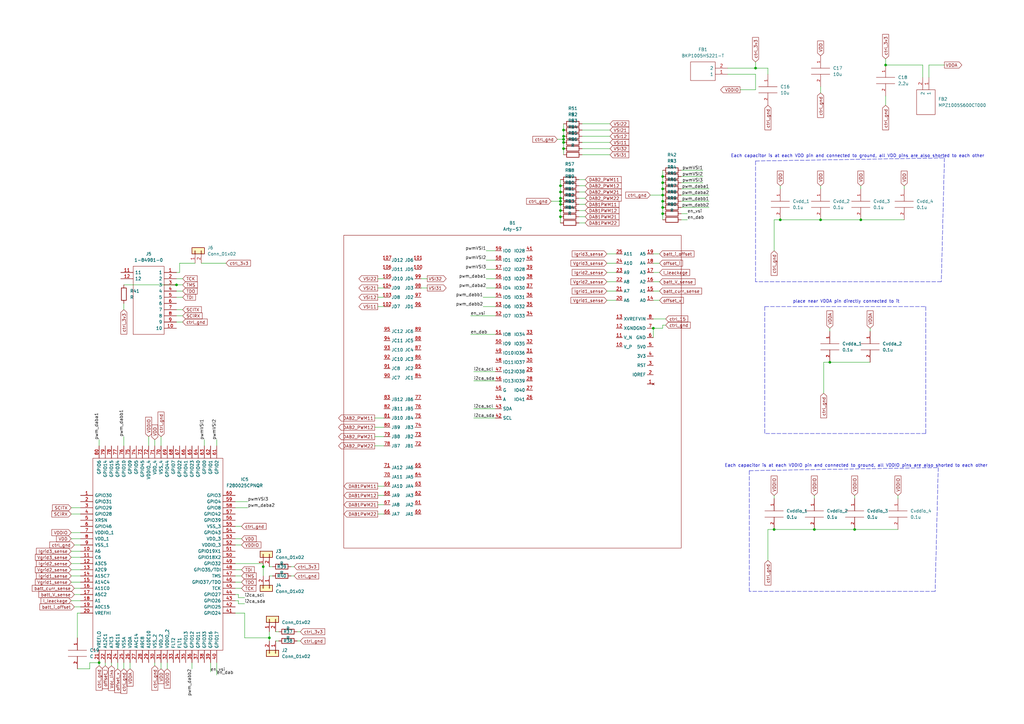
<source format=kicad_sch>
(kicad_sch (version 20211123) (generator eeschema)
  (paper "A3")
  (junction (at 271.78 85.09))
  (junction (at 271.78 87.63))
  (junction (at 271.78 80.01))
  (junction (at 72.39 116.84))
  (junction (at 353.06 90.17))
  (junction (at 231.14 58.42))
  (junction (at 107.95 232.41))
  (junction (at 229.87 82.55))
  (junction (at 231.14 57.15))
  (junction (at 340.36 148.59))
  (junction (at 336.55 90.17))
  (junction (at 231.14 53.34))
  (junction (at 334.01 217.17))
  (junction (at 267.97 134.62))
  (junction (at 271.78 72.39))
  (junction (at 229.87 83.82))
  (junction (at 350.52 217.17))
  (junction (at 309.88 27.94))
  (junction (at 271.78 82.55))
  (junction (at 229.87 81.28))
  (junction (at 320.04 90.17))
  (junction (at 231.14 60.96))
  (junction (at 317.5 217.17))
  (junction (at 229.87 86.36))
  (junction (at 40.64 271.78))
  (junction (at 110.49 261.62))
  (junction (at 271.78 74.93))
  (junction (at 271.78 77.47))
  (junction (at 363.22 26.67))
  (junction (at 229.87 78.74))
  (junction (at 229.87 88.9))
  (junction (at 231.14 55.88))
  (junction (at 229.87 76.2))
  (wire (pts (xy 271.78 72.39) (xy 271.78 74.93)))
  (wire (pts (xy 194.31 171.45) (xy 203.2 171.45)))
  (wire (pts (xy 267.97 130.81) (xy 273.05 130.81)))
  (wire (pts (xy 279.4 82.55) (xy 290.83 82.55)))
  (wire (pts (xy 157.48 118.11) (xy 154.94 118.11)))
  (polyline (pts (xy 379.73 177.8) (xy 313.69 177.8)))
  (wire (pts (xy 36.83 274.32) (xy 36.83 271.78)))
  (wire (pts (xy 96.52 236.22) (xy 99.06 236.22)))
  (wire (pts (xy 231.14 60.96) (xy 231.14 63.5)))
  (wire (pts (xy 50.8 179.07) (xy 50.8 182.88)))
  (wire (pts (xy 194.31 152.4) (xy 203.2 152.4)))
  (wire (pts (xy 96.52 246.38) (xy 97.79 246.38)))
  (wire (pts (xy 340.36 148.59) (xy 356.87 148.59)))
  (wire (pts (xy 72.39 119.38) (xy 74.93 119.38)))
  (wire (pts (xy 66.04 271.78) (xy 66.04 274.32)))
  (wire (pts (xy 381 31.75) (xy 381 26.67)))
  (wire (pts (xy 203.2 125.73) (xy 198.12 125.73)))
  (wire (pts (xy 353.06 90.17) (xy 336.55 90.17)))
  (wire (pts (xy 317.5 90.17) (xy 317.5 102.87)))
  (wire (pts (xy 336.55 35.56) (xy 336.55 38.1)))
  (wire (pts (xy 271.78 82.55) (xy 271.78 85.09)))
  (wire (pts (xy 203.2 110.49) (xy 199.39 110.49)))
  (wire (pts (xy 113.03 259.08) (xy 114.3 259.08)))
  (wire (pts (xy 29.21 208.28) (xy 33.02 208.28)))
  (wire (pts (xy 368.3 217.17) (xy 350.52 217.17)))
  (wire (pts (xy 271.78 80.01) (xy 271.78 82.55)))
  (wire (pts (xy 96.52 251.46) (xy 100.33 251.46)))
  (wire (pts (xy 29.21 226.06) (xy 33.02 226.06)))
  (wire (pts (xy 271.78 134.62) (xy 271.78 133.35)))
  (wire (pts (xy 267.97 107.95) (xy 270.51 107.95)))
  (wire (pts (xy 337.82 148.59) (xy 337.82 161.29)))
  (wire (pts (xy 96.52 238.76) (xy 99.06 238.76)))
  (wire (pts (xy 157.48 182.88) (xy 153.67 182.88)))
  (wire (pts (xy 194.31 167.64) (xy 203.2 167.64)))
  (wire (pts (xy 50.8 274.32) (xy 50.8 271.78)))
  (wire (pts (xy 271.78 69.85) (xy 271.78 72.39)))
  (wire (pts (xy 238.76 55.88) (xy 250.19 55.88)))
  (wire (pts (xy 271.78 77.47) (xy 271.78 80.01)))
  (wire (pts (xy 368.3 203.2) (xy 368.3 204.47)))
  (wire (pts (xy 96.52 233.68) (xy 99.06 233.68)))
  (wire (pts (xy 157.48 121.92) (xy 154.94 121.92)))
  (wire (pts (xy 193.04 137.16) (xy 203.2 137.16)))
  (wire (pts (xy 231.14 50.8) (xy 231.14 53.34)))
  (wire (pts (xy 100.33 251.46) (xy 100.33 261.62)))
  (wire (pts (xy 121.92 262.89) (xy 123.19 262.89)))
  (wire (pts (xy 229.87 73.66) (xy 229.87 76.2)))
  (wire (pts (xy 298.45 27.94) (xy 309.88 27.94)))
  (wire (pts (xy 353.06 76.2) (xy 353.06 77.47)))
  (wire (pts (xy 40.64 180.34) (xy 40.64 182.88)))
  (wire (pts (xy 29.21 210.82) (xy 33.02 210.82)))
  (wire (pts (xy 279.4 80.01) (xy 290.83 80.01)))
  (wire (pts (xy 238.76 50.8) (xy 250.19 50.8)))
  (wire (pts (xy 363.22 26.67) (xy 378.46 26.67)))
  (wire (pts (xy 229.87 82.55) (xy 229.87 83.82)))
  (wire (pts (xy 96.52 243.84) (xy 97.79 243.84)))
  (wire (pts (xy 73.66 111.76) (xy 73.66 107.95)))
  (polyline (pts (xy 309.88 66.04) (xy 309.88 115.57)))
  (wire (pts (xy 101.6 205.74) (xy 96.52 205.74)))
  (wire (pts (xy 252.73 104.14) (xy 248.92 104.14)))
  (wire (pts (xy 97.79 247.65) (xy 100.33 247.65)))
  (wire (pts (xy 240.03 86.36) (xy 237.49 86.36)))
  (wire (pts (xy 279.4 74.93) (xy 288.29 74.93)))
  (wire (pts (xy 86.36 271.78) (xy 86.36 275.59)))
  (wire (pts (xy 88.9 271.78) (xy 88.9 276.86)))
  (wire (pts (xy 31.75 251.46) (xy 33.02 251.46)))
  (wire (pts (xy 83.82 180.34) (xy 83.82 182.88)))
  (polyline (pts (xy 313.69 125.73) (xy 379.73 125.73)))
  (wire (pts (xy 238.76 63.5) (xy 250.19 63.5)))
  (wire (pts (xy 107.95 232.41) (xy 107.95 236.22)))
  (wire (pts (xy 271.78 133.35) (xy 273.05 133.35)))
  (wire (pts (xy 350.52 203.2) (xy 350.52 204.47)))
  (wire (pts (xy 252.73 115.57) (xy 248.92 115.57)))
  (wire (pts (xy 119.38 236.22) (xy 120.65 236.22)))
  (wire (pts (xy 240.03 81.28) (xy 237.49 81.28)))
  (wire (pts (xy 72.39 127) (xy 74.93 127)))
  (wire (pts (xy 336.55 76.2) (xy 336.55 77.47)))
  (wire (pts (xy 337.82 148.59) (xy 340.36 148.59)))
  (wire (pts (xy 378.46 26.67) (xy 378.46 31.75)))
  (wire (pts (xy 238.76 53.34) (xy 250.19 53.34)))
  (wire (pts (xy 303.53 36.83) (xy 309.88 36.83)))
  (wire (pts (xy 33.02 241.3) (xy 30.48 241.3)))
  (wire (pts (xy 266.7 80.01) (xy 271.78 80.01)))
  (wire (pts (xy 63.5 271.78) (xy 63.5 273.05)))
  (wire (pts (xy 48.26 271.78) (xy 48.26 274.32)))
  (wire (pts (xy 40.64 271.78) (xy 40.64 273.05)))
  (wire (pts (xy 231.14 55.88) (xy 231.14 57.15)))
  (wire (pts (xy 194.31 156.21) (xy 203.2 156.21)))
  (wire (pts (xy 203.2 118.11) (xy 199.39 118.11)))
  (wire (pts (xy 271.78 87.63) (xy 271.78 90.17)))
  (wire (pts (xy 119.38 232.41) (xy 120.65 232.41)))
  (wire (pts (xy 267.97 138.43) (xy 267.97 134.62)))
  (wire (pts (xy 279.4 77.47) (xy 290.83 77.47)))
  (polyline (pts (xy 386.08 115.57) (xy 309.88 115.57)))
  (wire (pts (xy 97.79 246.38) (xy 97.79 247.65)))
  (wire (pts (xy 231.14 57.15) (xy 231.14 58.42)))
  (wire (pts (xy 238.76 58.42) (xy 250.19 58.42)))
  (wire (pts (xy 240.03 88.9) (xy 237.49 88.9)))
  (wire (pts (xy 229.87 88.9) (xy 229.87 91.44)))
  (wire (pts (xy 29.21 238.76) (xy 33.02 238.76)))
  (wire (pts (xy 72.39 114.3) (xy 74.93 114.3)))
  (wire (pts (xy 29.21 218.44) (xy 33.02 218.44)))
  (wire (pts (xy 110.49 261.62) (xy 110.49 262.89)))
  (wire (pts (xy 43.18 273.05) (xy 43.18 271.78)))
  (wire (pts (xy 33.02 220.98) (xy 29.21 220.98)))
  (wire (pts (xy 317.5 90.17) (xy 320.04 90.17)))
  (wire (pts (xy 228.6 57.15) (xy 231.14 57.15)))
  (wire (pts (xy 279.4 87.63) (xy 281.94 87.63)))
  (polyline (pts (xy 309.88 66.04) (xy 387.35 64.77)))
  (wire (pts (xy 271.78 74.93) (xy 271.78 77.47)))
  (wire (pts (xy 240.03 76.2) (xy 237.49 76.2)))
  (polyline (pts (xy 383.54 242.57) (xy 307.34 242.57)))
  (wire (pts (xy 157.48 203.2) (xy 154.94 203.2)))
  (wire (pts (xy 100.33 261.62) (xy 110.49 261.62)))
  (wire (pts (xy 314.96 27.94) (xy 309.88 27.94)))
  (wire (pts (xy 229.87 81.28) (xy 229.87 82.55)))
  (wire (pts (xy 309.88 25.4) (xy 309.88 27.94)))
  (wire (pts (xy 68.58 271.78) (xy 68.58 274.32)))
  (wire (pts (xy 30.48 243.84) (xy 33.02 243.84)))
  (wire (pts (xy 96.52 220.98) (xy 99.06 220.98)))
  (wire (pts (xy 298.45 30.48) (xy 309.88 30.48)))
  (wire (pts (xy 203.2 114.3) (xy 199.39 114.3)))
  (wire (pts (xy 231.14 53.34) (xy 231.14 55.88)))
  (polyline (pts (xy 387.35 64.77) (xy 386.08 115.57)))
  (wire (pts (xy 157.48 210.82) (xy 154.94 210.82)))
  (wire (pts (xy 381 26.67) (xy 387.35 26.67)))
  (wire (pts (xy 72.39 111.76) (xy 73.66 111.76)))
  (wire (pts (xy 172.72 114.3) (xy 175.26 114.3)))
  (wire (pts (xy 267.97 123.19) (xy 270.51 123.19)))
  (wire (pts (xy 29.21 228.6) (xy 33.02 228.6)))
  (wire (pts (xy 317.5 203.2) (xy 317.5 204.47)))
  (wire (pts (xy 320.04 76.2) (xy 320.04 77.47)))
  (wire (pts (xy 363.22 24.13) (xy 363.22 26.67)))
  (wire (pts (xy 99.06 215.9) (xy 96.52 215.9)))
  (wire (pts (xy 238.76 60.96) (xy 250.19 60.96)))
  (wire (pts (xy 110.49 232.41) (xy 111.76 232.41)))
  (wire (pts (xy 270.51 111.76) (xy 267.97 111.76)))
  (wire (pts (xy 270.51 115.57) (xy 267.97 115.57)))
  (wire (pts (xy 172.72 118.11) (xy 175.26 118.11)))
  (wire (pts (xy 229.87 83.82) (xy 229.87 86.36)))
  (wire (pts (xy 72.39 129.54) (xy 74.93 129.54)))
  (wire (pts (xy 240.03 91.44) (xy 237.49 91.44)))
  (wire (pts (xy 88.9 180.34) (xy 88.9 182.88)))
  (wire (pts (xy 271.78 85.09) (xy 271.78 87.63)))
  (wire (pts (xy 252.73 123.19) (xy 248.92 123.19)))
  (wire (pts (xy 203.2 102.87) (xy 199.39 102.87)))
  (wire (pts (xy 63.5 182.88) (xy 63.5 180.34)))
  (wire (pts (xy 36.83 271.78) (xy 40.64 271.78)))
  (wire (pts (xy 226.06 82.55) (xy 229.87 82.55)))
  (wire (pts (xy 72.39 132.08) (xy 74.93 132.08)))
  (polyline (pts (xy 307.34 193.04) (xy 307.34 242.57)))
  (wire (pts (xy 78.74 271.78) (xy 78.74 274.32)))
  (polyline (pts (xy 379.73 125.73) (xy 379.73 177.8)))
  (wire (pts (xy 157.48 125.73) (xy 154.94 125.73)))
  (wire (pts (xy 279.4 90.17) (xy 281.94 90.17)))
  (wire (pts (xy 370.84 76.2) (xy 370.84 77.47)))
  (polyline (pts (xy 384.81 191.77) (xy 383.54 242.57)))
  (wire (pts (xy 96.52 231.14) (xy 107.95 231.14)))
  (wire (pts (xy 203.2 121.92) (xy 198.12 121.92)))
  (wire (pts (xy 107.95 231.14) (xy 107.95 232.41)))
  (wire (pts (xy 101.6 208.28) (xy 96.52 208.28)))
  (wire (pts (xy 30.48 223.52) (xy 33.02 223.52)))
  (wire (pts (xy 82.55 107.95) (xy 92.71 107.95)))
  (wire (pts (xy 240.03 83.82) (xy 237.49 83.82)))
  (wire (pts (xy 229.87 78.74) (xy 229.87 81.28)))
  (wire (pts (xy 240.03 78.74) (xy 237.49 78.74)))
  (wire (pts (xy 231.14 58.42) (xy 231.14 60.96)))
  (wire (pts (xy 99.06 223.52) (xy 96.52 223.52)))
  (wire (pts (xy 267.97 134.62) (xy 271.78 134.62)))
  (wire (pts (xy 252.73 107.95) (xy 248.92 107.95)))
  (wire (pts (xy 370.84 90.17) (xy 353.06 90.17)))
  (wire (pts (xy 97.79 245.11) (xy 100.33 245.11)))
  (wire (pts (xy 157.48 175.26) (xy 153.67 175.26)))
  (wire (pts (xy 252.73 119.38) (xy 248.92 119.38)))
  (wire (pts (xy 50.8 116.84) (xy 72.39 116.84)))
  (wire (pts (xy 72.39 116.84) (xy 74.93 116.84)))
  (wire (pts (xy 72.39 121.92) (xy 74.93 121.92)))
  (wire (pts (xy 154.94 114.3) (xy 157.48 114.3)))
  (polyline (pts (xy 313.69 125.73) (xy 313.69 177.8)))
  (wire (pts (xy 314.96 217.17) (xy 317.5 217.17)))
  (polyline (pts (xy 307.34 193.04) (xy 384.81 191.77)))
  (wire (pts (xy 29.21 233.68) (xy 33.02 233.68)))
  (wire (pts (xy 60.96 182.88) (xy 60.96 179.07)))
  (wire (pts (xy 30.48 248.92) (xy 33.02 248.92)))
  (wire (pts (xy 53.34 274.32) (xy 53.34 271.78)))
  (wire (pts (xy 97.79 243.84) (xy 97.79 245.11)))
  (wire (pts (xy 203.2 106.68) (xy 199.39 106.68)))
  (wire (pts (xy 113.03 262.89) (xy 114.3 262.89)))
  (wire (pts (xy 314.96 217.17) (xy 314.96 229.87)))
  (wire (pts (xy 33.02 231.14) (xy 29.21 231.14)))
  (wire (pts (xy 252.73 111.76) (xy 248.92 111.76)))
  (wire (pts (xy 270.51 119.38) (xy 267.97 119.38)))
  (wire (pts (xy 73.66 107.95) (xy 80.01 107.95)))
  (wire (pts (xy 309.88 30.48) (xy 309.88 36.83)))
  (wire (pts (xy 31.75 261.62) (xy 31.75 251.46)))
  (wire (pts (xy 229.87 76.2) (xy 229.87 78.74)))
  (wire (pts (xy 31.75 274.32) (xy 36.83 274.32)))
  (wire (pts (xy 96.52 241.3) (xy 99.06 241.3)))
  (wire (pts (xy 334.01 203.2) (xy 334.01 204.47)))
  (wire (pts (xy 279.4 72.39) (xy 288.29 72.39)))
  (wire (pts (xy 240.03 73.66) (xy 237.49 73.66)))
  (wire (pts (xy 363.22 43.18) (xy 363.22 39.37)))
  (wire (pts (xy 33.02 236.22) (xy 29.21 236.22)))
  (wire (pts (xy 50.8 127) (xy 50.8 124.46)))
  (wire (pts (xy 157.48 171.45) (xy 153.67 171.45)))
  (wire (pts (xy 356.87 134.62) (xy 356.87 135.89)))
  (wire (pts (xy 350.52 217.17) (xy 334.01 217.17)))
  (wire (pts (xy 29.21 246.38) (xy 33.02 246.38)))
  (wire (pts (xy 66.04 179.07) (xy 66.04 182.88)))
  (wire (pts (xy 110.49 236.22) (xy 111.76 236.22)))
  (wire (pts (xy 314.96 30.48) (xy 314.96 27.94)))
  (wire (pts (xy 157.48 179.07) (xy 153.67 179.07)))
  (wire (pts (xy 193.04 129.54) (xy 203.2 129.54)))
  (wire (pts (xy 157.48 199.39) (xy 154.94 199.39)))
  (wire (pts (xy 110.49 259.08) (xy 110.49 261.62)))
  (wire (pts (xy 288.29 69.85) (xy 279.4 69.85)))
  (wire (pts (xy 340.36 134.62) (xy 340.36 135.89)))
  (wire (pts (xy 45.72 273.05) (xy 45.72 271.78)))
  (wire (pts (xy 279.4 85.09) (xy 290.83 85.09)))
  (wire (pts (xy 270.51 104.14) (xy 267.97 104.14)))
  (wire (pts (xy 121.92 259.08) (xy 123.19 259.08)))
  (wire (pts (xy 157.48 207.01) (xy 154.94 207.01)))
  (wire (pts (xy 334.01 217.17) (xy 317.5 217.17)))
  (wire (pts (xy 229.87 86.36) (xy 229.87 88.9)))
  (wire (pts (xy 336.55 90.17) (xy 320.04 90.17)))
  (text "Each capacitor is at each VDD pin and connected to ground, all VDD pins are also shorted to each other" (at 299.72 64.77 0) (effects (font (size 1.27 1.27)) (justify left bottom)))
  (text "place near VDDA pin directly connected to it" (at 325.12 124.46 0) (effects (font (size 1.27 1.27)) (justify left bottom)))
  (text "Each capacitor is at each VDDIO pin and connected to ground, all VDDIO pins are also shorted to each other" (at 297.18 191.77 0) (effects (font (size 1.27 1.27)) (justify left bottom)))
  (label "i2ca_sda" (at 194.31 156.21 0))
  (label "en_dab" (at 193.04 137.16 0))
  (label "pwm_daba1" (at 40.64 180.34 90))
  (label "i2ca_scl" (at 100.33 245.11 0))
  (label "i2ca_sda" (at 194.31 171.45 0))
  (label "en_vsi" (at 86.36 275.59 0))
  (label "pwmVSI3" (at 288.29 74.93 180))
  (label "en_dab" (at 281.94 90.17 0))
  (label "pwm_daba2" (at 199.39 118.11 180))
  (label "i2ca_scl" (at 194.31 152.4 0))
  (label "pwmVSI1" (at 199.39 102.87 180))
  (label "pwm_daba1" (at 290.83 77.47 180))
  (label "pwm_daba2" (at 101.6 208.28 0))
  (label "pwm_dabb2" (at 78.74 274.32 270))
  (label "i2ca_scl" (at 194.31 167.64 0))
  (label "pwmVSI3" (at 199.39 110.49 180))
  (label "pwm_dabb1" (at 50.8 179.07 90))
  (label "pwm_dabb2" (at 198.12 125.73 180))
  (label "en_vsi" (at 193.04 129.54 0))
  (label "pwm_daba2" (at 290.83 80.01 180))
  (label "pwmVSI1" (at 83.82 180.34 90))
  (label "pwm_daba1" (at 199.39 114.3 180))
  (label "pwmVSI2" (at 88.9 180.34 90))
  (label "i2ca_sda" (at 100.33 247.65 0))
  (label "pwmVSI3" (at 101.6 205.74 0))
  (label "pwmVSI2" (at 199.39 106.68 180))
  (label "en_vsi" (at 281.94 87.63 0))
  (label "pwmVSI2" (at 288.29 72.39 180))
  (label "pwm_dabb1" (at 290.83 82.55 180))
  (label "pwmVSI1" (at 288.29 69.85 180))
  (label "pwm_dabb2" (at 290.83 85.09 180))
  (label "en_dab" (at 88.9 276.86 0))
  (label "pwm_dabb1" (at 198.12 121.92 180))
  (global_label "ctrl_gnd" (shape input) (at 99.06 215.9 0) (property "Intersheet References" "${INTERSHEET_REFS}" (effects hide)))
  (global_label "VDDIO" (shape input) (at 99.06 223.52 0) (property "Intersheet References" "${INTERSHEET_REFS}" (effects hide)))
  (global_label "ctrl_gnd" (shape input) (at 74.93 132.08 0) (property "Intersheet References" "${INTERSHEET_REFS}" (effects hide)))
  (global_label "DAB2_PWM12" (shape input) (at 240.03 76.2 0) (property "Intersheet References" "${INTERSHEET_REFS}" (effects hide)))
  (global_label "DAB2_PWM21" (shape output) (at 153.67 179.07 180) (property "Intersheet References" "${INTERSHEET_REFS}" (effects hide)))
  (global_label "TCK" (shape input) (at 99.06 241.3 0) (property "Intersheet References" "${INTERSHEET_REFS}" (effects hide)))
  (global_label "VDDA" (shape output) (at 387.35 26.67 0) (property "Intersheet References" "${INTERSHEET_REFS}" (effects hide)))
  (global_label "Igrid1_sense" (shape input) (at 248.92 119.38 180) (property "Intersheet References" "${INTERSHEET_REFS}" (effects hide)))
  (global_label "VDDA" (shape input) (at 53.34 274.32 270) (property "Intersheet References" "${INTERSHEET_REFS}" (effects hide)))
  (global_label "batt_V_sense" (shape input) (at 270.51 115.57 0) (property "Intersheet References" "${INTERSHEET_REFS}" (effects hide)))
  (global_label "Vgrid3_sense" (shape input) (at 29.21 228.6 180) (property "Intersheet References" "${INTERSHEET_REFS}" (effects hide)))
  (global_label "ctrl_gnd" (shape input) (at 228.6 57.15 180) (property "Intersheet References" "${INTERSHEET_REFS}" (effects hide)))
  (global_label "Vdc_link" (shape input) (at 45.72 273.05 270) (property "Intersheet References" "${INTERSHEET_REFS}" (effects hide)))
  (global_label "VDDIO" (shape input) (at 29.21 218.44 180) (property "Intersheet References" "${INTERSHEET_REFS}" (effects hide)))
  (global_label "VDDIO" (shape input) (at 334.01 203.2 90) (property "Intersheet References" "${INTERSHEET_REFS}" (effects hide)))
  (global_label "ctrl_gnd" (shape input) (at 50.8 274.32 270) (property "Intersheet References" "${INTERSHEET_REFS}" (effects hide)))
  (global_label "VSI12" (shape output) (at 154.94 121.92 180) (property "Intersheet References" "${INTERSHEET_REFS}" (effects hide)))
  (global_label "batt_i_offset" (shape input) (at 270.51 104.14 0) (property "Intersheet References" "${INTERSHEET_REFS}" (effects hide)))
  (global_label "VSI21" (shape input) (at 250.19 53.34 0) (property "Intersheet References" "${INTERSHEET_REFS}" (effects hide)))
  (global_label "DAB2_PWM12" (shape output) (at 153.67 175.26 180) (property "Intersheet References" "${INTERSHEET_REFS}" (effects hide)))
  (global_label "VDDIO" (shape input) (at 317.5 203.2 90) (property "Intersheet References" "${INTERSHEET_REFS}" (effects hide)))
  (global_label "ctrl_gnd" (shape input) (at 40.64 273.05 270) (property "Intersheet References" "${INTERSHEET_REFS}" (effects hide)))
  (global_label "Igrid2_sense" (shape input) (at 248.92 111.76 180) (property "Intersheet References" "${INTERSHEET_REFS}" (effects hide)))
  (global_label "VDDIO" (shape input) (at 368.3 203.2 90) (property "Intersheet References" "${INTERSHEET_REFS}" (effects hide)))
  (global_label "TMS" (shape input) (at 99.06 236.22 0) (property "Intersheet References" "${INTERSHEET_REFS}" (effects hide)))
  (global_label "VDD" (shape input) (at 99.06 220.98 0) (property "Intersheet References" "${INTERSHEET_REFS}" (effects hide)))
  (global_label "VSI32" (shape output) (at 175.26 114.3 0) (property "Intersheet References" "${INTERSHEET_REFS}" (effects hide)))
  (global_label "batt_curr_sense" (shape input) (at 270.51 119.38 0) (property "Intersheet References" "${INTERSHEET_REFS}" (effects hide)))
  (global_label "Vgrid2_sense" (shape input) (at 29.21 233.68 180) (property "Intersheet References" "${INTERSHEET_REFS}" (effects hide)))
  (global_label "VSI21" (shape output) (at 154.94 118.11 180) (property "Intersheet References" "${INTERSHEET_REFS}" (effects hide)))
  (global_label "TCK" (shape input) (at 74.93 114.3 0) (property "Intersheet References" "${INTERSHEET_REFS}" (effects hide)))
  (global_label "ctrl_3v3" (shape input) (at 309.88 25.4 90) (property "Intersheet References" "${INTERSHEET_REFS}" (effects hide)))
  (global_label "DAB2_PWM11" (shape output) (at 153.67 171.45 180) (property "Intersheet References" "${INTERSHEET_REFS}" (effects hide)))
  (global_label "DAB2_PWM22" (shape output) (at 153.67 182.88 180) (property "Intersheet References" "${INTERSHEET_REFS}" (effects hide)))
  (global_label "batt_i_offset" (shape input) (at 30.48 248.92 180) (property "Intersheet References" "${INTERSHEET_REFS}" (effects hide)))
  (global_label "VDDA" (shape input) (at 356.87 134.62 90) (property "Intersheet References" "${INTERSHEET_REFS}" (effects hide)))
  (global_label "VSI22" (shape input) (at 250.19 50.8 0) (property "Intersheet References" "${INTERSHEET_REFS}" (effects hide)))
  (global_label "ctrl_3v3" (shape input) (at 120.65 232.41 0) (property "Intersheet References" "${INTERSHEET_REFS}" (effects hide)))
  (global_label "VSI11" (shape output) (at 154.94 125.73 180) (property "Intersheet References" "${INTERSHEET_REFS}" (effects hide)))
  (global_label "Igrid1_sense" (shape input) (at 29.21 236.22 180) (property "Intersheet References" "${INTERSHEET_REFS}" (effects hide)))
  (global_label "SCITX" (shape input) (at 29.21 208.28 180) (property "Intersheet References" "${INTERSHEET_REFS}" (effects hide)))
  (global_label "DAB1PWM11" (shape input) (at 240.03 83.82 0) (property "Intersheet References" "${INTERSHEET_REFS}" (effects hide)))
  (global_label "DAB1PWM21" (shape output) (at 154.94 207.01 180) (property "Intersheet References" "${INTERSHEET_REFS}" (effects hide)))
  (global_label "DAB1PWM22" (shape input) (at 240.03 91.44 0) (property "Intersheet References" "${INTERSHEET_REFS}" (effects hide)))
  (global_label "ctrl_gnd" (shape input) (at 266.7 80.01 180) (property "Intersheet References" "${INTERSHEET_REFS}" (effects hide)))
  (global_label "VDD" (shape input) (at 29.21 220.98 180) (property "Intersheet References" "${INTERSHEET_REFS}" (effects hide)))
  (global_label "VSI22" (shape output) (at 154.94 114.3 180) (property "Intersheet References" "${INTERSHEET_REFS}" (effects hide)))
  (global_label "ctrl_gnd" (shape input) (at 337.82 161.29 270) (property "Intersheet References" "${INTERSHEET_REFS}" (effects hide)))
  (global_label "ctrl_gnd" (shape input) (at 123.19 262.89 0) (property "Intersheet References" "${INTERSHEET_REFS}" (effects hide)))
  (global_label "VSI32" (shape input) (at 250.19 60.96 0) (property "Intersheet References" "${INTERSHEET_REFS}" (effects hide)))
  (global_label "VDDIO" (shape input) (at 68.58 274.32 270) (property "Intersheet References" "${INTERSHEET_REFS}" (effects hide)))
  (global_label "ctrl_gnd" (shape input) (at 314.96 229.87 270) (property "Intersheet References" "${INTERSHEET_REFS}" (effects hide)))
  (global_label "VDDA" (shape input) (at 340.36 134.62 90) (property "Intersheet References" "${INTERSHEET_REFS}" (effects hide)))
  (global_label "ctrl_gnd" (shape input) (at 66.04 179.07 90) (property "Intersheet References" "${INTERSHEET_REFS}" (effects hide)))
  (global_label "DAB2_PWM11" (shape input) (at 240.03 73.66 0) (property "Intersheet References" "${INTERSHEET_REFS}" (effects hide)))
  (global_label "batt_curr_sense" (shape input) (at 30.48 241.3 180) (property "Intersheet References" "${INTERSHEET_REFS}" (effects hide)))
  (global_label "ctrl_gnd" (shape input) (at 314.96 43.18 270) (property "Intersheet References" "${INTERSHEET_REFS}" (effects hide)))
  (global_label "ctrl_gnd" (shape input) (at 273.05 133.35 0) (property "Intersheet References" "${INTERSHEET_REFS}" (effects hide)))
  (global_label "DAB1PWM11" (shape output) (at 154.94 199.39 180) (property "Intersheet References" "${INTERSHEET_REFS}" (effects hide)))
  (global_label "ctrl_3v3" (shape input) (at 123.19 259.08 0) (property "Intersheet References" "${INTERSHEET_REFS}" (effects hide)))
  (global_label "TDI" (shape input) (at 99.06 233.68 0) (property "Intersheet References" "${INTERSHEET_REFS}" (effects hide)))
  (global_label "SCiRX" (shape input) (at 29.21 210.82 180) (property "Intersheet References" "${INTERSHEET_REFS}" (effects hide)))
  (global_label "VDD" (shape input) (at 336.55 76.2 90) (property "Intersheet References" "${INTERSHEET_REFS}" (effects hide)))
  (global_label "I_leackage" (shape input) (at 29.21 246.38 180) (property "Intersheet References" "${INTERSHEET_REFS}" (effects hide)))
  (global_label "ctrl_gnd" (shape input) (at 226.06 82.55 180) (property "Intersheet References" "${INTERSHEET_REFS}" (effects hide)))
  (global_label "DAB2_PWM21" (shape input) (at 240.03 78.74 0) (property "Intersheet References" "${INTERSHEET_REFS}" (effects hide)))
  (global_label "Igrid3_sense" (shape input) (at 248.92 104.14 180) (property "Intersheet References" "${INTERSHEET_REFS}" (effects hide)))
  (global_label "VSI31" (shape output) (at 175.26 118.11 0) (property "Intersheet References" "${INTERSHEET_REFS}" (effects hide)))
  (global_label "VDDIO" (shape output) (at 303.53 36.83 180) (property "Intersheet References" "${INTERSHEET_REFS}" (effects hide)))
  (global_label "VDDIO" (shape input) (at 350.52 203.2 90) (property "Intersheet References" "${INTERSHEET_REFS}" (effects hide)))
  (global_label "VDD" (shape input) (at 66.04 274.32 270) (property "Intersheet References" "${INTERSHEET_REFS}" (effects hide)))
  (global_label "DAB1PWM12" (shape input) (at 240.03 86.36 0) (property "Intersheet References" "${INTERSHEET_REFS}" (effects hide)))
  (global_label "Vgrid3_sense" (shape input) (at 248.92 107.95 180) (property "Intersheet References" "${INTERSHEET_REFS}" (effects hide)))
  (global_label "ctrl_gnd" (shape input) (at 336.55 38.1 270) (property "Intersheet References" "${INTERSHEET_REFS}" (effects hide)))
  (global_label "TDO" (shape input) (at 99.06 238.76 0) (property "Intersheet References" "${INTERSHEET_REFS}" (effects hide)))
  (global_label "VSI12" (shape input) (at 250.19 55.88 0) (property "Intersheet References" "${INTERSHEET_REFS}" (effects hide)))
  (global_label "ctrl_3v3" (shape input) (at 50.8 127 270) (property "Intersheet References" "${INTERSHEET_REFS}" (effects hide)))
  (global_label "SCiRX" (shape input) (at 74.93 129.54 0) (property "Intersheet References" "${INTERSHEET_REFS}" (effects hide)))
  (global_label "TMS" (shape input) (at 74.93 116.84 0) (property "Intersheet References" "${INTERSHEET_REFS}" (effects hide)))
  (global_label "DAB1PWM22" (shape output) (at 154.94 210.82 180) (property "Intersheet References" "${INTERSHEET_REFS}" (effects hide)))
  (global_label "TDO" (shape input) (at 74.93 119.38 0) (property "Intersheet References" "${INTERSHEET_REFS}" (effects hide)))
  (global_label "SCITX" (shape input) (at 74.93 127 0) (property "Intersheet References" "${INTERSHEET_REFS}" (effects hide)))
  (global_label "ctrl_3v3" (shape input) (at 363.22 24.13 90) (property "Intersheet References" "${INTERSHEET_REFS}" (effects hide)))
  (global_label "offset_v" (shape input) (at 48.26 274.32 270) (property "Intersheet References" "${INTERSHEET_REFS}" (effects hide)))
  (global_label "batt_V_sense" (shape input) (at 30.48 243.84 180) (property "Intersheet References" "${INTERSHEET_REFS}" (effects hide)))
  (global_label "Igrid3_sense" (shape input) (at 29.21 226.06 180) (property "Intersheet References" "${INTERSHEET_REFS}" (effects hide)))
  (global_label "I_leackage" (shape input) (at 270.51 111.76 0) (property "Intersheet References" "${INTERSHEET_REFS}" (effects hide)))
  (global_label "DAB2_PWM22" (shape input) (at 240.03 81.28 0) (property "Intersheet References" "${INTERSHEET_REFS}" (effects hide)))
  (global_label "VDD" (shape input) (at 336.55 22.86 90) (property "Intersheet References" "${INTERSHEET_REFS}" (effects hide)))
  (global_label "VDDIO" (shape input) (at 60.96 179.07 90) (property "Intersheet References" "${INTERSHEET_REFS}" (effects hide)))
  (global_label "Vgrid1_sense" (shape input) (at 29.21 238.76 180) (property "Intersheet References" "${INTERSHEET_REFS}" (effects hide)))
  (global_label "Vgrid2_sense" (shape input) (at 248.92 115.57 180) (property "Intersheet References" "${INTERSHEET_REFS}" (effects hide)))
  (global_label "VDD" (shape input) (at 320.04 76.2 90) (property "Intersheet References" "${INTERSHEET_REFS}" (effects hide)))
  (global_label "VDD" (shape input) (at 353.06 76.2 90) (property "Intersheet References" "${INTERSHEET_REFS}" (effects hide)))
  (global_label "ctrl_3v3" (shape input) (at 92.71 107.95 0) (property "Intersheet References" "${INTERSHEET_REFS}" (effects hide)))
  (global_label "VSI31" (shape input) (at 250.19 63.5 0) (property "Intersheet References" "${INTERSHEET_REFS}" (effects hide)))
  (global_label "ctrl_15" (shape input) (at 273.05 130.81 0) (property "Intersheet References" "${INTERSHEET_REFS}" (effects hide)))
  (global_label "ctrl_gnd" (shape input) (at 363.22 43.18 270) (property "Intersheet References" "${INTERSHEET_REFS}" (effects hide)))
  (global_label "ctrl_gnd" (shape input) (at 63.5 273.05 270) (property "Intersheet References" "${INTERSHEET_REFS}" (effects hide)))
  (global_label "offset_v" (shape input) (at 270.51 123.19 0) (property "Intersheet References" "${INTERSHEET_REFS}" (effects hide)))
  (global_label "Vgrid1_sense" (shape input) (at 248.92 123.19 180) (property "Intersheet References" "${INTERSHEET_REFS}" (effects hide)))
  (global_label "DAB1PWM21" (shape input) (at 240.03 88.9 0) (property "Intersheet References" "${INTERSHEET_REFS}" (effects hide)))
  (global_label "ctrl_gnd" (shape input) (at 30.48 223.52 180) (property "Intersheet References" "${INTERSHEET_REFS}" (effects hide)))
  (global_label "DAB1PWM12" (shape output) (at 154.94 203.2 180) (property "Intersheet References" "${INTERSHEET_REFS}" (effects hide)))
  (global_label "TDI" (shape input) (at 74.93 121.92 0) (property "Intersheet References" "${INTERSHEET_REFS}" (effects hide)))
  (global_label "ctrl_gnd" (shape input) (at 120.65 236.22 0) (property "Intersheet References" "${INTERSHEET_REFS}" (effects hide)))
  (global_label "ctrl_gnd" (shape input) (at 317.5 102.87 270) (property "Intersheet References" "${INTERSHEET_REFS}" (effects hide)))
  (global_label "VDD" (shape input) (at 370.84 76.2 90) (property "Intersheet References" "${INTERSHEET_REFS}" (effects hide)))
  (global_label "VSI11" (shape input) (at 250.19 58.42 0) (property "Intersheet References" "${INTERSHEET_REFS}" (effects hide)))
  (global_label "offset_i" (shape input) (at 43.18 273.05 270) (property "Intersheet References" "${INTERSHEET_REFS}" (effects hide)))
  (global_label "Igrid2_sense" (shape input) (at 29.21 231.14 180) (property "Intersheet References" "${INTERSHEET_REFS}" (effects hide)))
  (global_label "VDD" (shape input) (at 63.5 180.34 90) (property "Intersheet References" "${INTERSHEET_REFS}" (effects hide)))
  (global_label "offset_i" (shape input) (at 270.51 107.95 0) (property "Intersheet References" "${INTERSHEET_REFS}" (effects hide)))
  (symbol (lib_id "Device:R") (at 275.59 72.39 90) (unit 1)
    (property "Reference" "R43" (at 275.59 66.04 90))
    (property "Value" "R" (at 275.59 68.58 90))
    (property "Footprint" "Capacitor_SMD:C_1206_3216Metric_Pad1.33x1.80mm_HandSolder" (effects hide))
  )
  (symbol (lib_id "pspice:CAP") (at 363.22 33.02 0) (unit 1)
    (property "Reference" "C18" (at 368.3 31.7499 0) (effects (justify left)))
    (property "Value" "2.2u" (at 368.3 34.2899 0) (effects (justify left)))
    (property "Footprint" "Capacitor_SMD:C_0603_1608Metric_Pad1.08x0.95mm_HandSolder" (effects hide))
  )
  (symbol (lib_id "Device:R") (at 275.59 77.47 90) (unit 1)
    (property "Reference" "R45" (at 275.59 71.12 90))
    (property "Value" "R" (at 275.59 73.66 90))
    (property "Footprint" "Capacitor_SMD:C_1206_3216Metric_Pad1.33x1.80mm_HandSolder" (effects hide))
  )
  (symbol (lib_id "MPZ100:MPZ1005S600CT000") (at 381 31.75 270) (unit 1)
    (property "Reference" "FB2" (at 384.81 40.6399 90) (effects (justify left)))
    (property "Value" "MPZ1005S600CT000" (at 384.81 43.1799 90) (effects (justify left)))
    (property "Footprint" "BKP100:BEADC1005X55N" (effects hide))
    (property "Datasheet" "https://product.tdk.com/system/files/dam/doc/product/emc/emc/beads/catalog/beads_commercial_power_mpz1005_en.pdf" (effects hide))
    (property "Description" "Chip Beads, |Z|=60? at 100MHz, L x W x T :" (effects hide))
    (property "Height" "0.55" (effects hide))
    (property "Mouser Part Number" "810-MPZ1005S600CT000" (effects hide))
    (property "Mouser Price/Stock" "https://www.mouser.co.uk/ProductDetail/TDK/MPZ1005S600CT000/?qs=8Kz9Wu9QwqU8N777vIftFA%3D%3D" (effects hide))
    (property "Manufacturer_Name" "TDK" (effects hide))
    (property "Manufacturer_Part_Number" "MPZ1005S600CT000" (effects hide))
  )
  (symbol (lib_id "Device:R") (at 115.57 236.22 90) (unit 1)
    (property "Reference" "R40" (at 115.57 236.22 90))
    (property "Value" "R" (at 115.57 234.95 90))
    (property "Footprint" "Resistor_SMD:R_1206_3216Metric_Pad1.30x1.75mm_HandSolder" (effects hide))
  )
  (symbol (lib_id "Device:R") (at 275.59 85.09 90) (unit 1)
    (property "Reference" "R48" (at 275.59 78.74 90))
    (property "Value" "R" (at 275.59 81.28 90))
    (property "Footprint" "Capacitor_SMD:C_1206_3216Metric_Pad1.33x1.80mm_HandSolder" (effects hide))
  )
  (symbol (lib_id "pspice:CAP") (at 336.55 83.82 0) (unit 1)
    (property "Reference" "Cvdd_2" (at 341.63 82.5499 0) (effects (justify left)))
    (property "Value" "0.1u" (at 341.63 85.0899 0) (effects (justify left)))
    (property "Footprint" "Capacitor_SMD:C_0603_1608Metric_Pad1.08x0.95mm_HandSolder" (effects hide))
  )
  (symbol (lib_id "Connector_Generic:Conn_01x02") (at 110.49 241.3 270) (unit 1)
    (property "Reference" "J4" (at 113.03 240.0299 90) (effects (justify left)))
    (property "Value" "Conn_01x02" (at 113.03 242.5699 90) (effects (justify left)))
    (property "Footprint" "Connector_PinHeader_2.54mm:PinHeader_1x02_P2.54mm_Vertical" (effects hide))
  )
  (symbol (lib_id "Device:R") (at 234.95 53.34 90) (unit 1)
    (property "Reference" "R52" (at 234.95 46.99 90))
    (property "Value" "R" (at 234.95 49.53 90))
    (property "Footprint" "Capacitor_SMD:C_1206_3216Metric_Pad1.33x1.80mm_HandSolder" (effects hide))
  )
  (symbol (lib_id "ribbon_connector:1-84981-0") (at 49.53 111.76 0) (unit 1)
    (property "Reference" "J5" (at 60.96 104.14 0))
    (property "Value" "1-84981-0" (at 60.96 106.68 0))
    (property "Footprint" "jtag_connector:1849810" (effects hide))
    (property "Datasheet" "https://www.te.com/commerce/DocumentDelivery/DDEController?Action=srchrtrv&DocNm=5-1773461-0_Standard_FPC_Connectors_QRG&DocType=Data+Sheet&DocLang=English&PartCntxt=1-84981-0&DocFormat=pdf" (effects hide))
    (property "Description" "1mm R/A SMT PCB FFC receptacle, 10P TE Connectivity FPC Series 1mm Pitch 10 Way 1 Row Right Angle SMT Female FPC Connector, Tin Plated Contacts" (effects hide))
    (property "Height" "3" (effects hide))
    (property "Mouser Part Number" "571-1-84981-0" (effects hide))
    (property "Mouser Price/Stock" "https://www.mouser.co.uk/ProductDetail/TE-Connectivity/1-84981-0?qs=bdENzIhz2rlBuyk81JkJQw%3D%3D" (effects hide))
    (property "Manufacturer_Name" "TE Connectivity" (effects hide))
    (property "Manufacturer_Part_Number" "1-84981-0" (effects hide))
  )
  (symbol (lib_id "Device:R") (at 234.95 60.96 90) (unit 1)
    (property "Reference" "R55" (at 234.95 54.61 90))
    (property "Value" "R" (at 234.95 57.15 90))
    (property "Footprint" "Capacitor_SMD:C_1206_3216Metric_Pad1.33x1.80mm_HandSolder" (effects hide))
  )
  (symbol (lib_id "f280025C:F280025CPNQR") (at 33.02 203.2 0) (unit 1)
    (property "Reference" "IC5" (at 100.33 196.6212 0))
    (property "Value" "F280025CPNQR" (at 100.33 199.1612 0))
    (property "Footprint" "f280025c:f280025c" (effects hide))
    (property "Datasheet" "https://www.ti.com/lit/gpn/tms320f280025c-q1" (effects hide))
    (property "Description" "32-bit Microcontrollers - MCU Automotive C2000 32-bit MCU with 100 MHz, FPU, TMU, 128-KB flash, CLB 80-LQFP -40 to 125" (effects hide))
    (property "Height" "1.6" (effects hide))
    (property "Mouser Part Number" "595-F280025CPNQR" (effects hide))
    (property "Mouser Price/Stock" "https://www.mouser.co.uk/ProductDetail/Texas-Instruments/F280025CPNQR?qs=81r%252BiQLm7BRa%252BagXYbOMBQ%3D%3D" (effects hide))
    (property "Manufacturer_Name" "Texas Instruments" (effects hide))
    (property "Manufacturer_Part_Number" "F280025CPNQR" (effects hide))
  )
  (symbol (lib_id "Device:R") (at 50.8 120.65 180) (unit 1)
    (property "Reference" "R41" (at 53.34 119.3799 0) (effects (justify right)))
    (property "Value" "R" (at 53.34 121.9199 0) (effects (justify right)))
    (property "Footprint" "Resistor_SMD:R_1206_3216Metric_Pad1.30x1.75mm_HandSolder" (effects hide))
  )
  (symbol (lib_id "Device:R") (at 233.68 76.2 90) (unit 1)
    (property "Reference" "R58" (at 233.68 69.85 90))
    (property "Value" "R" (at 233.68 72.39 90))
    (property "Footprint" "Capacitor_SMD:C_1206_3216Metric_Pad1.33x1.80mm_HandSolder" (effects hide))
  )
  (symbol (lib_id "pspice:CAP") (at 368.3 210.82 0) (unit 1)
    (property "Reference" "Cvddio_4" (at 373.38 209.5499 0) (effects (justify left)))
    (property "Value" "0.1u" (at 373.38 212.0899 0) (effects (justify left)))
    (property "Footprint" "Capacitor_SMD:C_0603_1608Metric_Pad1.08x0.95mm_HandSolder" (effects hide))
  )
  (symbol (lib_id "Device:R") (at 234.95 50.8 90) (unit 1)
    (property "Reference" "R51" (at 234.95 44.45 90))
    (property "Value" "R" (at 234.95 46.99 90))
    (property "Footprint" "Capacitor_SMD:C_1206_3216Metric_Pad1.33x1.80mm_HandSolder" (effects hide))
  )
  (symbol (lib_id "Device:R") (at 115.57 232.41 90) (unit 1)
    (property "Reference" "R39" (at 115.57 232.41 90))
    (property "Value" "R" (at 115.57 231.14 90))
    (property "Footprint" "Resistor_SMD:R_1206_3216Metric_Pad1.30x1.75mm_HandSolder" (effects hide))
  )
  (symbol (lib_id "Device:R") (at 275.59 90.17 90) (unit 1)
    (property "Reference" "R50" (at 275.59 83.82 90))
    (property "Value" "R" (at 275.59 86.36 90))
    (property "Footprint" "Capacitor_SMD:C_1206_3216Metric_Pad1.33x1.80mm_HandSolder" (effects hide))
  )
  (symbol (lib_id "Device:R") (at 233.68 86.36 90) (unit 1)
    (property "Reference" "R62" (at 233.68 80.01 90))
    (property "Value" "R" (at 233.68 82.55 90))
    (property "Footprint" "Capacitor_SMD:C_1206_3216Metric_Pad1.33x1.80mm_HandSolder" (effects hide))
  )
  (symbol (lib_id "Device:R") (at 233.68 73.66 90) (unit 1)
    (property "Reference" "R57" (at 233.68 67.31 90))
    (property "Value" "R" (at 233.68 69.85 90))
    (property "Footprint" "Capacitor_SMD:C_1206_3216Metric_Pad1.33x1.80mm_HandSolder" (effects hide))
  )
  (symbol (lib_id "Device:R") (at 234.95 58.42 90) (unit 1)
    (property "Reference" "R54" (at 234.95 52.07 90))
    (property "Value" "R" (at 234.95 54.61 90))
    (property "Footprint" "Capacitor_SMD:C_1206_3216Metric_Pad1.33x1.80mm_HandSolder" (effects hide))
  )
  (symbol (lib_id "Device:R") (at 275.59 87.63 90) (unit 1)
    (property "Reference" "R49" (at 275.59 81.28 90))
    (property "Value" "R" (at 275.59 83.82 90))
    (property "Footprint" "Capacitor_SMD:C_1206_3216Metric_Pad1.33x1.80mm_HandSolder" (effects hide))
  )
  (symbol (lib_id "Device:R") (at 234.95 55.88 90) (unit 1)
    (property "Reference" "R53" (at 234.95 49.53 90))
    (property "Value" "R" (at 234.95 52.07 90))
    (property "Footprint" "Capacitor_SMD:C_1206_3216Metric_Pad1.33x1.80mm_HandSolder" (effects hide))
  )
  (symbol (lib_id "Device:R") (at 275.59 69.85 90) (unit 1)
    (property "Reference" "R42" (at 275.59 63.5 90))
    (property "Value" "R" (at 275.59 66.04 90))
    (property "Footprint" "Capacitor_SMD:C_1206_3216Metric_Pad1.33x1.80mm_HandSolder" (effects hide))
  )
  (symbol (lib_id "Device:R") (at 233.68 88.9 90) (unit 1)
    (property "Reference" "R63" (at 233.68 82.55 90))
    (property "Value" "R" (at 233.68 85.09 90))
    (property "Footprint" "Capacitor_SMD:C_1206_3216Metric_Pad1.33x1.80mm_HandSolder" (effects hide))
  )
  (symbol (lib_id "Connector_Generic:Conn_01x02") (at 110.49 254 90) (unit 1)
    (property "Reference" "J1" (effects hide))
    (property "Value" "Conn_01x02" (at 115.57 255.2699 90) (effects (justify right)))
    (property "Footprint" "Connector_PinHeader_2.54mm:PinHeader_1x02_P2.54mm_Vertical" (effects hide))
  )
  (symbol (lib_id "pspice:CAP") (at 353.06 83.82 0) (unit 1)
    (property "Reference" "Cvdd_3" (at 358.14 82.5499 0) (effects (justify left)))
    (property "Value" "0.1u" (at 358.14 85.0899 0) (effects (justify left)))
    (property "Footprint" "Capacitor_SMD:C_0603_1608Metric_Pad1.08x0.95mm_HandSolder" (effects hide))
  )
  (symbol (lib_id "Device:R") (at 234.95 63.5 90) (unit 1)
    (property "Reference" "R56" (at 234.95 57.15 90))
    (property "Value" "R" (at 234.95 59.69 90))
    (property "Footprint" "Capacitor_SMD:C_1206_3216Metric_Pad1.33x1.80mm_HandSolder" (effects hide))
  )
  (symbol (lib_id "Connector:Arty-S7") (at 229.87 182.88 180) (unit 1)
    (property "Reference" "B1" (at 210.185 91.44 0))
    (property "Value" "Arty-S7" (at 210.185 93.98 0))
    (property "Footprint" "Connector_PinHeader_2.54mm:Arty-S7" (effects hide))
  )
  (symbol (lib_id "Device:R") (at 118.11 262.89 90) (unit 1)
    (property "Reference" "R38" (at 118.11 262.89 90))
    (property "Value" "R" (at 118.11 261.62 90))
    (property "Footprint" "Resistor_SMD:R_1206_3216Metric_Pad1.30x1.75mm_HandSolder" (effects hide))
  )
  (symbol (lib_id "Device:R") (at 233.68 78.74 90) (unit 1)
    (property "Reference" "R59" (at 233.68 72.39 90))
    (property "Value" "R" (at 233.68 74.93 90))
    (property "Footprint" "Capacitor_SMD:C_1206_3216Metric_Pad1.33x1.80mm_HandSolder" (effects hide))
  )
  (symbol (lib_id "Device:R") (at 118.11 259.08 90) (unit 1)
    (property "Reference" "R37" (at 118.11 259.08 90))
    (property "Value" "R" (at 118.11 257.81 90))
    (property "Footprint" "Resistor_SMD:R_1206_3216Metric_Pad1.30x1.75mm_HandSolder" (effects hide))
  )
  (symbol (lib_id "pspice:CAP") (at 340.36 142.24 0) (unit 1)
    (property "Reference" "Cvdda_1" (at 345.44 140.9699 0) (effects (justify left)))
    (property "Value" "0.1u" (at 345.44 143.5099 0) (effects (justify left)))
    (property "Footprint" "Capacitor_SMD:C_0603_1608Metric_Pad1.08x0.95mm_HandSolder" (effects hide))
  )
  (symbol (lib_id "pspice:CAP") (at 350.52 210.82 0) (unit 1)
    (property "Reference" "Cvddio_3" (at 355.6 209.5499 0) (effects (justify left)))
    (property "Value" "0.1u" (at 355.6 212.0899 0) (effects (justify left)))
    (property "Footprint" "Capacitor_SMD:C_0603_1608Metric_Pad1.08x0.95mm_HandSolder" (effects hide))
  )
  (symbol (lib_id "pspice:CAP") (at 356.87 142.24 0) (unit 1)
    (property "Reference" "Cvdda_2" (at 361.95 140.9699 0) (effects (justify left)))
    (property "Value" "0.1u" (at 361.95 143.5099 0) (effects (justify left)))
    (property "Footprint" "Capacitor_SMD:C_0603_1608Metric_Pad1.08x0.95mm_HandSolder" (effects hide))
  )
  (symbol (lib_id "Device:R") (at 233.68 83.82 90) (unit 1)
    (property "Reference" "R61" (at 233.68 77.47 90))
    (property "Value" "R" (at 233.68 80.01 90))
    (property "Footprint" "Capacitor_SMD:C_1206_3216Metric_Pad1.33x1.80mm_HandSolder" (effects hide))
  )
  (symbol (lib_id "pspice:CAP") (at 336.55 29.21 0) (unit 1)
    (property "Reference" "C17" (at 341.63 27.9399 0) (effects (justify left)))
    (property "Value" "10u" (at 341.63 30.4799 0) (effects (justify left)))
    (property "Footprint" "Capacitor_SMD:C_0603_1608Metric_Pad1.08x0.95mm_HandSolder" (effects hide))
  )
  (symbol (lib_id "Device:R") (at 275.59 80.01 90) (unit 1)
    (property "Reference" "R46" (at 275.59 73.66 90))
    (property "Value" "R" (at 275.59 76.2 90))
    (property "Footprint" "Capacitor_SMD:C_1206_3216Metric_Pad1.33x1.80mm_HandSolder" (effects hide))
  )
  (symbol (lib_id "pspice:C") (at 31.75 267.97 0) (unit 1)
    (property "Reference" "C19" (at 36.83 266.6999 0) (effects (justify left)))
    (property "Value" "C" (at 36.83 269.2399 0) (effects (justify left)))
    (property "Footprint" "Capacitor_SMD:C_0805_2012Metric_Pad1.18x1.45mm_HandSolder" (effects hide))
  )
  (symbol (lib_id "Connector_Generic:Conn_01x02") (at 80.01 102.87 90) (unit 1)
    (property "Reference" "J6" (at 85.09 101.5999 90) (effects (justify right)))
    (property "Value" "Conn_01x02" (at 85.09 104.1399 90) (effects (justify right)))
    (property "Footprint" "Connector_PinHeader_2.54mm:PinHeader_1x02_P2.54mm_Vertical" (effects hide))
  )
  (symbol (lib_id "Device:R") (at 233.68 91.44 90) (unit 1)
    (property "Reference" "R64" (at 233.68 85.09 90))
    (property "Value" "R" (at 233.68 87.63 90))
    (property "Footprint" "Capacitor_SMD:C_1206_3216Metric_Pad1.33x1.80mm_HandSolder" (effects hide))
  )
  (symbol (lib_id "Connector_Generic:Conn_01x02") (at 107.95 227.33 90) (unit 1)
    (property "Reference" "J3" (at 113.03 226.0599 90) (effects (justify right)))
    (property "Value" "Conn_01x02" (at 113.03 228.5999 90) (effects (justify right)))
    (property "Footprint" "Connector_PinHeader_2.54mm:PinHeader_1x02_P2.54mm_Vertical" (effects hide))
  )
  (symbol (lib_id "pspice:CAP") (at 317.5 210.82 0) (unit 1)
    (property "Reference" "Cvddio_1" (at 322.58 209.5499 0) (effects (justify left)))
    (property "Value" "0.1u" (at 322.58 212.0899 0) (effects (justify left)))
    (property "Footprint" "Capacitor_SMD:C_0603_1608Metric_Pad1.08x0.95mm_HandSolder" (effects hide))
  )
  (symbol (lib_id "Device:R") (at 233.68 81.28 90) (unit 1)
    (property "Reference" "R60" (at 233.68 74.93 90))
    (property "Value" "R" (at 233.68 77.47 90))
    (property "Footprint" "Capacitor_SMD:C_1206_3216Metric_Pad1.33x1.80mm_HandSolder" (effects hide))
  )
  (symbol (lib_id "BK100:BKP1005HS221-T") (at 298.45 30.48 180) (unit 1)
    (property "Reference" "FB1" (at 288.29 20.32 0))
    (property "Value" "BKP1005HS221-T" (at 288.29 22.86 0))
    (property "Footprint" "BKP100:BEADC1005X55N" (effects hide))
    (property "Datasheet" "https://datasheet.datasheetarchive.com/originals/distributors/Datasheets-DGA6/557242.pdf" (effects hide))
    (property "Description" "TAIYO YUDEN - BKP1005HS221-T - FERRITE BEAD, 0.2OHM, 800mA, 0402" (effects hide))
    (property "Height" "0.55" (effects hide))
    (property "Mouser Part Number" "963-BKP1005HS221-T" (effects hide))
    (property "Mouser Price/Stock" "https://www.mouser.co.uk/ProductDetail/Taiyo-Yuden/BKP1005HS221-T?qs=I6KAKw0tg2wWE0jZr0VMMA%3D%3D" (effects hide))
    (property "Manufacturer_Name" "TAIYO YUDEN" (effects hide))
    (property "Manufacturer_Part_Number" "BKP1005HS221-T" (effects hide))
  )
  (symbol (lib_id "pspice:CAP") (at 370.84 83.82 0) (unit 1)
    (property "Reference" "Cvdd_4" (at 375.92 82.5499 0) (effects (justify left)))
    (property "Value" "0.1u" (at 375.92 85.0899 0) (effects (justify left)))
    (property "Footprint" "Capacitor_SMD:C_0603_1608Metric_Pad1.08x0.95mm_HandSolder" (effects hide))
  )
  (symbol (lib_id "Device:R") (at 275.59 82.55 90) (unit 1)
    (property "Reference" "R47" (at 275.59 76.2 90))
    (property "Value" "R" (at 275.59 78.74 90))
    (property "Footprint" "Capacitor_SMD:C_1206_3216Metric_Pad1.33x1.80mm_HandSolder" (effects hide))
  )
  (symbol (lib_id "pspice:CAP") (at 334.01 210.82 0) (unit 1)
    (property "Reference" "Cvddio_2" (at 339.09 209.5499 0) (effects (justify left)))
    (property "Value" "0.1u" (at 339.09 212.0899 0) (effects (justify left)))
    (property "Footprint" "Capacitor_SMD:C_0603_1608Metric_Pad1.08x0.95mm_HandSolder" (effects hide))
  )
  (symbol (lib_id "pspice:CAP") (at 320.04 83.82 0) (unit 1)
    (property "Reference" "Cvdd_1" (at 325.12 82.5499 0) (effects (justify left)))
    (property "Value" "0.1u" (at 325.12 85.0899 0) (effects (justify left)))
    (property "Footprint" "Capacitor_SMD:C_0603_1608Metric_Pad1.08x0.95mm_HandSolder" (effects hide))
  )
  (symbol (lib_id "Device:R") (at 275.59 74.93 90) (unit 1)
    (property "Reference" "R44" (at 275.59 68.58 90))
    (property "Value" "R" (at 275.59 71.12 90))
    (property "Footprint" "Capacitor_SMD:C_1206_3216Metric_Pad1.33x1.80mm_HandSolder" (effects hide))
  )
  (symbol (lib_id "Connector_Generic:Conn_01x02") (at 113.03 267.97 270) (unit 1)
    (property "Reference" "J2" (at 115.57 266.6999 90) (effects (justify left)))
    (property "Value" "Conn_01x02" (at 115.57 269.2399 90) (effects (justify left)))
    (property "Footprint" "Connector_PinHeader_2.54mm:PinHeader_1x02_P2.54mm_Vertical" (effects hide))
  )
  (symbol (lib_id "pspice:CAP") (at 314.96 36.83 0) (unit 1)
    (property "Reference" "C16" (at 320.04 35.5599 0) (effects (justify left)))
    (property "Value" "10u" (at 320.04 38.0999 0) (effects (justify left)))
    (property "Footprint" "Capacitor_SMD:C_0603_1608Metric_Pad1.08x0.95mm_HandSolder" (effects hide))
  )
)
</source>
